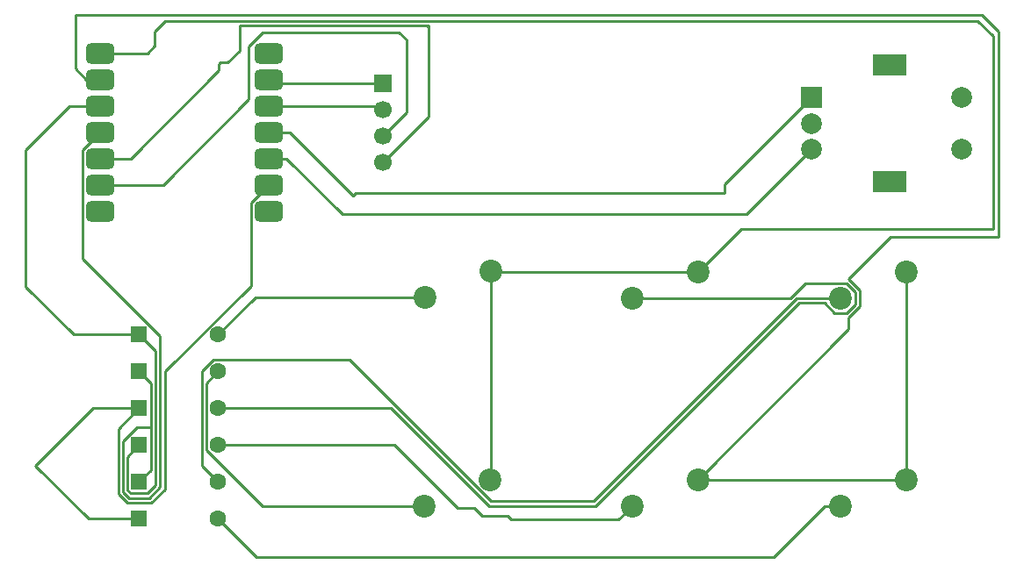
<source format=gbr>
%TF.GenerationSoftware,KiCad,Pcbnew,9.0.3*%
%TF.CreationDate,2026-01-25T12:41:43-05:00*%
%TF.ProjectId,hackclub_macropad,6861636b-636c-4756-925f-6d6163726f70,rev?*%
%TF.SameCoordinates,Original*%
%TF.FileFunction,Copper,L1,Top*%
%TF.FilePolarity,Positive*%
%FSLAX46Y46*%
G04 Gerber Fmt 4.6, Leading zero omitted, Abs format (unit mm)*
G04 Created by KiCad (PCBNEW 9.0.3) date 2026-01-25 12:41:43*
%MOMM*%
%LPD*%
G01*
G04 APERTURE LIST*
G04 Aperture macros list*
%AMRoundRect*
0 Rectangle with rounded corners*
0 $1 Rounding radius*
0 $2 $3 $4 $5 $6 $7 $8 $9 X,Y pos of 4 corners*
0 Add a 4 corners polygon primitive as box body*
4,1,4,$2,$3,$4,$5,$6,$7,$8,$9,$2,$3,0*
0 Add four circle primitives for the rounded corners*
1,1,$1+$1,$2,$3*
1,1,$1+$1,$4,$5*
1,1,$1+$1,$6,$7*
1,1,$1+$1,$8,$9*
0 Add four rect primitives between the rounded corners*
20,1,$1+$1,$2,$3,$4,$5,0*
20,1,$1+$1,$4,$5,$6,$7,0*
20,1,$1+$1,$6,$7,$8,$9,0*
20,1,$1+$1,$8,$9,$2,$3,0*%
G04 Aperture macros list end*
%TA.AperFunction,SMDPad,CuDef*%
%ADD10RoundRect,0.500000X-0.875000X-0.500000X0.875000X-0.500000X0.875000X0.500000X-0.875000X0.500000X0*%
%TD*%
%TA.AperFunction,ComponentPad*%
%ADD11C,2.200000*%
%TD*%
%TA.AperFunction,ComponentPad*%
%ADD12R,1.700000X1.700000*%
%TD*%
%TA.AperFunction,ComponentPad*%
%ADD13C,1.700000*%
%TD*%
%TA.AperFunction,ComponentPad*%
%ADD14R,2.000000X2.000000*%
%TD*%
%TA.AperFunction,ComponentPad*%
%ADD15C,2.000000*%
%TD*%
%TA.AperFunction,ComponentPad*%
%ADD16R,3.200000X2.000000*%
%TD*%
%TA.AperFunction,ComponentPad*%
%ADD17RoundRect,0.250000X-0.550000X-0.550000X0.550000X-0.550000X0.550000X0.550000X-0.550000X0.550000X0*%
%TD*%
%TA.AperFunction,ComponentPad*%
%ADD18C,1.600000*%
%TD*%
%TA.AperFunction,Conductor*%
%ADD19C,0.250000*%
%TD*%
G04 APERTURE END LIST*
D10*
%TO.P,U1,7,GPIO0/TX*%
%TO.N,unconnected-(U1-GPIO0{slash}TX-Pad7)*%
X92600000Y-55770000D03*
%TO.P,U1,6,GPIO7/SCL*%
%TO.N,/SCL*%
X92600000Y-53230000D03*
%TO.P,U1,5,GPIO6/SDA*%
%TO.N,/SDA*%
X92600000Y-50690000D03*
%TO.P,U1,4,GPIO29/ADC3/A3*%
%TO.N,/C1*%
X92600000Y-48150000D03*
%TO.P,U1,3,GPIO28/ADC2/A2*%
%TO.N,/C0*%
X92600000Y-45610000D03*
%TO.P,U1,2,GPIO27/ADC1/A1*%
%TO.N,/R1*%
X92600000Y-43070000D03*
%TO.P,U1,1,GPIO26/ADC0/A0*%
%TO.N,/R0*%
X92600000Y-40530000D03*
%TO.P,U1,8,GPIO1/RX*%
%TO.N,unconnected-(U1-GPIO1{slash}RX-Pad8)*%
X108800000Y-55770000D03*
%TO.P,U1,9,GPIO2/SCK*%
%TO.N,/C2*%
X108800000Y-53230000D03*
%TO.P,U1,10,GPIO4/MISO*%
%TO.N,/ENC_B*%
X108800000Y-50690000D03*
%TO.P,U1,11,GPIO3/MOSI*%
%TO.N,/ENC_A*%
X108800000Y-48150000D03*
%TO.P,U1,12,3V3*%
%TO.N,/3V3*%
X108800000Y-45610000D03*
%TO.P,U1,13,GND*%
%TO.N,Net-(J_OLED1-Pin_1)*%
X108800000Y-43070000D03*
%TO.P,U1,14,VBUS*%
%TO.N,unconnected-(U1-VBUS-Pad14)*%
X108800000Y-40530000D03*
%TD*%
D11*
%TO.P,SW6,1,1*%
%TO.N,/R1*%
X170300000Y-81710000D03*
%TO.P,SW6,2,2*%
%TO.N,Net-(D6-A)*%
X163950000Y-84250000D03*
%TD*%
%TO.P,SW5,1,1*%
%TO.N,/R1*%
X170300000Y-61650000D03*
%TO.P,SW5,2,2*%
%TO.N,Net-(D5-A)*%
X163950000Y-64190000D03*
%TD*%
%TO.P,SW4,1,1*%
%TO.N,/R1*%
X150200000Y-81700000D03*
%TO.P,SW4,2,2*%
%TO.N,Net-(D4-A)*%
X143850000Y-84240000D03*
%TD*%
%TO.P,SW3,1,1*%
%TO.N,/R0*%
X150250000Y-61660000D03*
%TO.P,SW3,2,2*%
%TO.N,Net-(D3-A)*%
X143900000Y-64200000D03*
%TD*%
%TO.P,SW2,1,1*%
%TO.N,/R0*%
X130200000Y-81710000D03*
%TO.P,SW2,2,2*%
%TO.N,Net-(D2-A)*%
X123850000Y-84250000D03*
%TD*%
%TO.P,SW1,1,1*%
%TO.N,/R0*%
X130250000Y-61600000D03*
%TO.P,SW1,2,2*%
%TO.N,Net-(D1-A)*%
X123900000Y-64140000D03*
%TD*%
D12*
%TO.P,J_OLED1,1,Pin_1*%
%TO.N,Net-(J_OLED1-Pin_1)*%
X119850000Y-43420000D03*
D13*
%TO.P,J_OLED1,2,Pin_2*%
%TO.N,/3V3*%
X119850000Y-45960000D03*
%TO.P,J_OLED1,3,Pin_3*%
%TO.N,/SCL*%
X119850000Y-48500000D03*
%TO.P,J_OLED1,4,Pin_4*%
%TO.N,/SDA*%
X119850000Y-51040000D03*
%TD*%
D14*
%TO.P,ENC1,A,A*%
%TO.N,/ENC_A*%
X161150000Y-44800000D03*
D15*
%TO.P,ENC1,B,B*%
%TO.N,/ENC_B*%
X161150000Y-49800000D03*
%TO.P,ENC1,C,C*%
%TO.N,GND*%
X161150000Y-47300000D03*
D16*
%TO.P,ENC1,MP*%
%TO.N,N/C*%
X168650000Y-41700000D03*
X168650000Y-52900000D03*
D15*
%TO.P,ENC1,S1*%
X175650000Y-49800000D03*
%TO.P,ENC1,S2*%
X175650000Y-44800000D03*
%TD*%
D17*
%TO.P,D6,1,K*%
%TO.N,/C2*%
X96340000Y-85450000D03*
D18*
%TO.P,D6,2,A*%
%TO.N,Net-(D6-A)*%
X103960000Y-85450000D03*
%TD*%
D17*
%TO.P,D5,1,K*%
%TO.N,/C1*%
X96340000Y-81900000D03*
D18*
%TO.P,D5,2,A*%
%TO.N,Net-(D5-A)*%
X103960000Y-81900000D03*
%TD*%
D17*
%TO.P,D4,1,K*%
%TO.N,/C0*%
X96340000Y-78350000D03*
D18*
%TO.P,D4,2,A*%
%TO.N,Net-(D4-A)*%
X103960000Y-78350000D03*
%TD*%
D17*
%TO.P,D3,1,K*%
%TO.N,/C2*%
X96340000Y-74800000D03*
D18*
%TO.P,D3,2,A*%
%TO.N,Net-(D3-A)*%
X103960000Y-74800000D03*
%TD*%
D17*
%TO.P,D2,1,K*%
%TO.N,/C1*%
X96340000Y-71250000D03*
D18*
%TO.P,D2,2,A*%
%TO.N,Net-(D2-A)*%
X103960000Y-71250000D03*
%TD*%
D17*
%TO.P,D1,1,K*%
%TO.N,/C0*%
X96340000Y-67700000D03*
D18*
%TO.P,D1,2,A*%
%TO.N,Net-(D1-A)*%
X103960000Y-67700000D03*
%TD*%
D19*
%TO.N,/C2*%
X94312000Y-76828000D02*
X96340000Y-74800000D01*
X94312000Y-83069134D02*
X94312000Y-76828000D01*
X97509134Y-83928000D02*
X95170866Y-83928000D01*
X98819000Y-82618134D02*
X97509134Y-83928000D01*
X95170866Y-83928000D02*
X94312000Y-83069134D01*
X98819000Y-71248595D02*
X98819000Y-82618134D01*
X107099000Y-62968595D02*
X98819000Y-71248595D01*
X107099000Y-54920588D02*
X107099000Y-62968595D01*
X108789588Y-53230000D02*
X107099000Y-54920588D01*
X108800000Y-53230000D02*
X108789588Y-53230000D01*
%TO.N,/C1*%
X96168486Y-76600000D02*
X97466000Y-76600000D01*
X94763000Y-78005486D02*
X96168486Y-76600000D01*
X94763000Y-82882324D02*
X94763000Y-78005486D01*
X95357676Y-83477000D02*
X94763000Y-82882324D01*
X97322324Y-83477000D02*
X95357676Y-83477000D01*
X98368000Y-82431324D02*
X97322324Y-83477000D01*
X98368000Y-67806486D02*
X98368000Y-82431324D01*
X90899000Y-60337486D02*
X98368000Y-67806486D01*
X90899000Y-49840588D02*
X90899000Y-60337486D01*
X92589588Y-48150000D02*
X90899000Y-49840588D01*
X92600000Y-48150000D02*
X92589588Y-48150000D01*
X97466000Y-80774000D02*
X97466000Y-76600000D01*
%TO.N,/C0*%
X85400000Y-63050000D02*
X90050000Y-67700000D01*
X85400000Y-49850000D02*
X85400000Y-63050000D01*
X92600000Y-45610000D02*
X89640000Y-45610000D01*
X89640000Y-45610000D02*
X85400000Y-49850000D01*
X90050000Y-67700000D02*
X96340000Y-67700000D01*
%TO.N,/SDA*%
X95503192Y-50690000D02*
X92600000Y-50690000D01*
X104003000Y-42190192D02*
X95503192Y-50690000D01*
X104003000Y-41579808D02*
X104003000Y-42190192D01*
X104148808Y-41434000D02*
X104003000Y-41579808D01*
X104886192Y-41434000D02*
X104148808Y-41434000D01*
X106033000Y-40287192D02*
X104886192Y-41434000D01*
X106033000Y-37893000D02*
X106033000Y-40287192D01*
X124043000Y-37893000D02*
X106033000Y-37893000D01*
X124200000Y-38050000D02*
X124043000Y-37893000D01*
X124200000Y-38050000D02*
X124200000Y-37900000D01*
%TO.N,/SCL*%
X98670000Y-53230000D02*
X92600000Y-53230000D01*
X106900000Y-45000000D02*
X98670000Y-53230000D01*
X108279588Y-38500000D02*
X106900000Y-39879588D01*
X122150000Y-39250000D02*
X121400000Y-38500000D01*
X121400000Y-38500000D02*
X108279588Y-38500000D01*
X106900000Y-39879588D02*
X106900000Y-45000000D01*
X122150000Y-46200000D02*
X122150000Y-39250000D01*
X119850000Y-48500000D02*
X122150000Y-46200000D01*
%TO.N,/SDA*%
X124200000Y-46690000D02*
X124200000Y-38050000D01*
X119850000Y-51040000D02*
X124200000Y-46690000D01*
%TO.N,/SCL*%
X120300000Y-48500000D02*
X120450000Y-48650000D01*
X119850000Y-48500000D02*
X120300000Y-48500000D01*
%TO.N,/ENC_A*%
X116950000Y-54250000D02*
X110850000Y-48150000D01*
X117200000Y-54000000D02*
X116950000Y-54250000D01*
X110850000Y-48150000D02*
X108800000Y-48150000D01*
X152800000Y-54000000D02*
X117200000Y-54000000D01*
X152800000Y-53150000D02*
X152800000Y-54000000D01*
X161150000Y-44800000D02*
X152800000Y-53150000D01*
%TO.N,/3V3*%
X119440000Y-45610000D02*
X108800000Y-45610000D01*
X119850000Y-45960000D02*
X119790000Y-45960000D01*
X119790000Y-45960000D02*
X119440000Y-45610000D01*
%TO.N,Net-(J_OLED1-Pin_1)*%
X109150000Y-43420000D02*
X108800000Y-43070000D01*
X119850000Y-43420000D02*
X109150000Y-43420000D01*
%TO.N,/ENC_B*%
X110540000Y-50690000D02*
X108800000Y-50690000D01*
X154850000Y-56100000D02*
X115950000Y-56100000D01*
X161150000Y-49800000D02*
X154850000Y-56100000D01*
X115950000Y-56100000D02*
X110540000Y-50690000D01*
%TO.N,/R0*%
X154410000Y-57500000D02*
X150250000Y-61660000D01*
X178650000Y-38900000D02*
X178650000Y-57500000D01*
X97850000Y-39834192D02*
X97850000Y-38461808D01*
X178650000Y-57500000D02*
X154410000Y-57500000D01*
X97154192Y-40530000D02*
X97850000Y-39834192D01*
X177192000Y-37442000D02*
X178650000Y-38900000D01*
X92600000Y-40530000D02*
X97154192Y-40530000D01*
X97850000Y-38461808D02*
X98869808Y-37442000D01*
X98869808Y-37442000D02*
X177192000Y-37442000D01*
%TO.N,/R1*%
X91225000Y-43070000D02*
X92600000Y-43070000D01*
X90200000Y-42045000D02*
X91225000Y-43070000D01*
X90200000Y-36850000D02*
X90200000Y-42045000D01*
X177600000Y-36850000D02*
X90200000Y-36850000D01*
X179200000Y-38450000D02*
X177600000Y-36850000D01*
X168740479Y-58300000D02*
X179200000Y-58300000D01*
X165827000Y-63412521D02*
X164727479Y-62313000D01*
X164727479Y-62313000D02*
X168740479Y-58300000D01*
X179200000Y-58300000D02*
X179200000Y-38450000D01*
X165827000Y-64967479D02*
X165827000Y-63412521D01*
X164727479Y-66067000D02*
X165827000Y-64967479D01*
X164727479Y-67172521D02*
X164727479Y-66067000D01*
X150200000Y-81700000D02*
X164727479Y-67172521D01*
%TO.N,/C0*%
X97917000Y-69277000D02*
X96340000Y-67700000D01*
X97917000Y-82244514D02*
X97917000Y-69277000D01*
X95544486Y-83026000D02*
X97135514Y-83026000D01*
X95214000Y-82695514D02*
X95544486Y-83026000D01*
X95214000Y-79476000D02*
X95214000Y-82695514D01*
X97135514Y-83026000D02*
X97917000Y-82244514D01*
X96340000Y-78350000D02*
X95214000Y-79476000D01*
%TO.N,/C1*%
X97466000Y-72376000D02*
X96340000Y-71250000D01*
X96340000Y-81900000D02*
X97466000Y-80774000D01*
X97466000Y-76600000D02*
X97466000Y-72376000D01*
%TO.N,/C2*%
X91900000Y-74800000D02*
X96340000Y-74800000D01*
X86350000Y-80350000D02*
X91900000Y-74800000D01*
X91450000Y-85450000D02*
X86350000Y-80350000D01*
X96340000Y-85450000D02*
X91450000Y-85450000D01*
%TO.N,Net-(D1-A)*%
X103960000Y-67700000D02*
X107520000Y-64140000D01*
X107520000Y-64140000D02*
X123900000Y-64140000D01*
%TO.N,Net-(D3-A)*%
X120634190Y-74800000D02*
X103960000Y-74800000D01*
X130074190Y-84240000D02*
X120634190Y-74800000D01*
X140336810Y-84240000D02*
X130074190Y-84240000D01*
X159935810Y-64641000D02*
X140336810Y-84240000D01*
X162384331Y-64641000D02*
X159935810Y-64641000D01*
X163359331Y-65616000D02*
X162384331Y-64641000D01*
X164540669Y-65616000D02*
X163359331Y-65616000D01*
X165376000Y-64780669D02*
X164540669Y-65616000D01*
X165376000Y-63599331D02*
X165376000Y-64780669D01*
X164540669Y-62764000D02*
X165376000Y-63599331D01*
X160537190Y-62764000D02*
X164540669Y-62764000D01*
X159101190Y-64200000D02*
X160537190Y-62764000D01*
X143900000Y-64200000D02*
X159101190Y-64200000D01*
%TO.N,Net-(D4-A)*%
X120959829Y-78350000D02*
X103960000Y-78350000D01*
X127023829Y-84414000D02*
X120959829Y-78350000D01*
X129380171Y-85150000D02*
X128644171Y-84414000D01*
X131818174Y-85150000D02*
X129380171Y-85150000D01*
X128644171Y-84414000D02*
X127023829Y-84414000D01*
X132232174Y-85564000D02*
X131818174Y-85150000D01*
X142072174Y-85554000D02*
X142062174Y-85564000D01*
X142536000Y-85554000D02*
X142072174Y-85554000D01*
X142062174Y-85564000D02*
X132232174Y-85564000D01*
X143850000Y-84240000D02*
X142536000Y-85554000D01*
%TO.N,Net-(D5-A)*%
X102383000Y-71234595D02*
X102383000Y-80323000D01*
X116596000Y-70124000D02*
X103493595Y-70124000D01*
X130261000Y-83789000D02*
X116596000Y-70124000D01*
X103493595Y-70124000D02*
X102383000Y-71234595D01*
X140150000Y-83789000D02*
X130261000Y-83789000D01*
X159749000Y-64190000D02*
X140150000Y-83789000D01*
X163950000Y-64190000D02*
X159749000Y-64190000D01*
X102383000Y-80323000D02*
X103960000Y-81900000D01*
%TO.N,Net-(D2-A)*%
X102834000Y-72376000D02*
X103960000Y-71250000D01*
X102834000Y-78816405D02*
X102834000Y-72376000D01*
X108267595Y-84250000D02*
X102834000Y-78816405D01*
X123850000Y-84250000D02*
X108267595Y-84250000D01*
%TO.N,Net-(D6-A)*%
X107676000Y-89166000D02*
X103960000Y-85450000D01*
X162394366Y-84250000D02*
X157478366Y-89166000D01*
X163950000Y-84250000D02*
X162394366Y-84250000D01*
X157478366Y-89166000D02*
X107676000Y-89166000D01*
%TO.N,/R0*%
X130250000Y-81660000D02*
X130200000Y-81710000D01*
X130250000Y-61600000D02*
X130250000Y-81660000D01*
X130310000Y-61660000D02*
X130250000Y-61600000D01*
X150250000Y-61660000D02*
X130310000Y-61660000D01*
%TO.N,/R1*%
X150210000Y-81710000D02*
X150200000Y-81700000D01*
X170300000Y-81710000D02*
X150210000Y-81710000D01*
X170300000Y-61650000D02*
X170300000Y-81710000D01*
%TD*%
M02*

</source>
